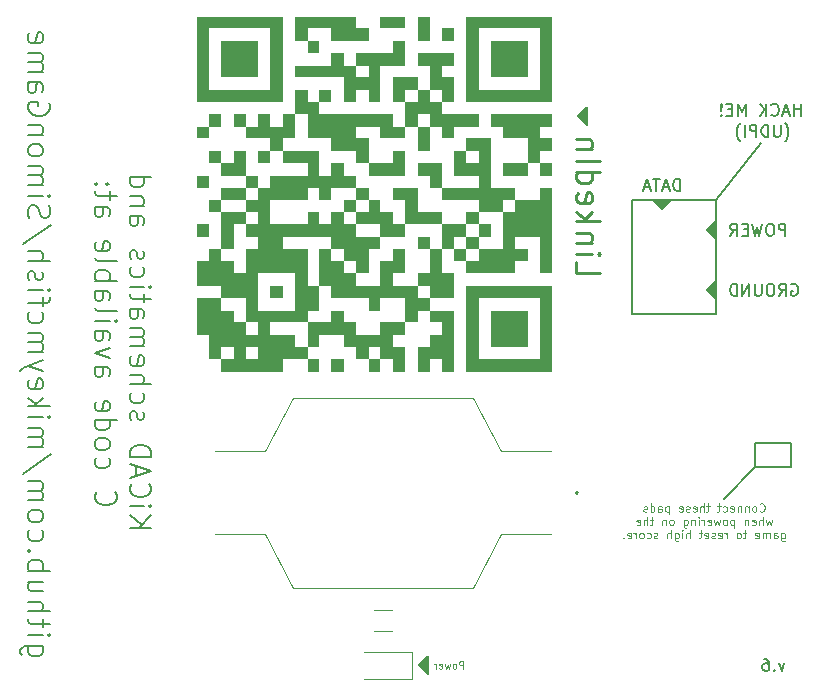
<source format=gbr>
%TF.GenerationSoftware,KiCad,Pcbnew,(6.0.0)*%
%TF.CreationDate,2022-05-08T17:08:30-04:00*%
%TF.ProjectId,QR_ATTINY3217,51525f41-5454-4494-9e59-333231372e6b,rev?*%
%TF.SameCoordinates,Original*%
%TF.FileFunction,Legend,Bot*%
%TF.FilePolarity,Positive*%
%FSLAX46Y46*%
G04 Gerber Fmt 4.6, Leading zero omitted, Abs format (unit mm)*
G04 Created by KiCad (PCBNEW (6.0.0)) date 2022-05-08 17:08:30*
%MOMM*%
%LPD*%
G01*
G04 APERTURE LIST*
%ADD10C,0.150000*%
%ADD11C,0.100000*%
%ADD12C,0.250000*%
%ADD13C,0.120000*%
%ADD14C,0.200000*%
G04 APERTURE END LIST*
D10*
X177546000Y-106934000D02*
X180594000Y-106934000D01*
X177546000Y-108966000D02*
X177546000Y-106934000D01*
X180594000Y-108966000D02*
X177546000Y-108966000D01*
X180594000Y-106934000D02*
X180594000Y-108966000D01*
X178054000Y-81534000D02*
X174244000Y-86360000D01*
X167132000Y-86360000D02*
X168402000Y-86360000D01*
X167132000Y-96012000D02*
X167132000Y-86360000D01*
X174244000Y-96012000D02*
X167132000Y-96012000D01*
X174244000Y-86360000D02*
X174244000Y-96012000D01*
X168402000Y-86360000D02*
X174244000Y-86360000D01*
X180085714Y-81351333D02*
X180133333Y-81303714D01*
X180228571Y-81160857D01*
X180276190Y-81065619D01*
X180323809Y-80922761D01*
X180371428Y-80684666D01*
X180371428Y-80494190D01*
X180323809Y-80256095D01*
X180276190Y-80113238D01*
X180228571Y-80018000D01*
X180133333Y-79875142D01*
X180085714Y-79827523D01*
X179704761Y-79970380D02*
X179704761Y-80779904D01*
X179657142Y-80875142D01*
X179609523Y-80922761D01*
X179514285Y-80970380D01*
X179323809Y-80970380D01*
X179228571Y-80922761D01*
X179180952Y-80875142D01*
X179133333Y-80779904D01*
X179133333Y-79970380D01*
X178657142Y-80970380D02*
X178657142Y-79970380D01*
X178419047Y-79970380D01*
X178276190Y-80018000D01*
X178180952Y-80113238D01*
X178133333Y-80208476D01*
X178085714Y-80398952D01*
X178085714Y-80541809D01*
X178133333Y-80732285D01*
X178180952Y-80827523D01*
X178276190Y-80922761D01*
X178419047Y-80970380D01*
X178657142Y-80970380D01*
X177657142Y-80970380D02*
X177657142Y-79970380D01*
X177276190Y-79970380D01*
X177180952Y-80018000D01*
X177133333Y-80065619D01*
X177085714Y-80160857D01*
X177085714Y-80303714D01*
X177133333Y-80398952D01*
X177180952Y-80446571D01*
X177276190Y-80494190D01*
X177657142Y-80494190D01*
X176657142Y-80970380D02*
X176657142Y-79970380D01*
X176276190Y-81351333D02*
X176228571Y-81303714D01*
X176133333Y-81160857D01*
X176085714Y-81065619D01*
X176038095Y-80922761D01*
X175990476Y-80684666D01*
X175990476Y-80494190D01*
X176038095Y-80256095D01*
X176085714Y-80113238D01*
X176133333Y-80018000D01*
X176228571Y-79875142D01*
X176276190Y-79827523D01*
X174244000Y-94742000D02*
X173482000Y-93980000D01*
X173482000Y-93980000D02*
X174244000Y-93218000D01*
X174244000Y-93218000D02*
X174244000Y-94742000D01*
G36*
X174244000Y-94742000D02*
G01*
X173482000Y-93980000D01*
X174244000Y-93218000D01*
X174244000Y-94742000D01*
G37*
X174244000Y-94742000D02*
X173482000Y-93980000D01*
X174244000Y-93218000D01*
X174244000Y-94742000D01*
X174244000Y-89662000D02*
X173482000Y-88900000D01*
X173482000Y-88900000D02*
X174244000Y-88138000D01*
X174244000Y-88138000D02*
X174244000Y-89662000D01*
G36*
X174244000Y-89662000D02*
G01*
X173482000Y-88900000D01*
X174244000Y-88138000D01*
X174244000Y-89662000D01*
G37*
X174244000Y-89662000D02*
X173482000Y-88900000D01*
X174244000Y-88138000D01*
X174244000Y-89662000D01*
X170434000Y-86360000D02*
X169672000Y-87122000D01*
X169672000Y-87122000D02*
X168910000Y-86360000D01*
X168910000Y-86360000D02*
X170434000Y-86360000D01*
G36*
X169672000Y-87122000D02*
G01*
X168910000Y-86360000D01*
X170434000Y-86360000D01*
X169672000Y-87122000D01*
G37*
X169672000Y-87122000D02*
X168910000Y-86360000D01*
X170434000Y-86360000D01*
X169672000Y-87122000D01*
X180109523Y-89352380D02*
X180109523Y-88352380D01*
X179728571Y-88352380D01*
X179633333Y-88400000D01*
X179585714Y-88447619D01*
X179538095Y-88542857D01*
X179538095Y-88685714D01*
X179585714Y-88780952D01*
X179633333Y-88828571D01*
X179728571Y-88876190D01*
X180109523Y-88876190D01*
X178919047Y-88352380D02*
X178728571Y-88352380D01*
X178633333Y-88400000D01*
X178538095Y-88495238D01*
X178490476Y-88685714D01*
X178490476Y-89019047D01*
X178538095Y-89209523D01*
X178633333Y-89304761D01*
X178728571Y-89352380D01*
X178919047Y-89352380D01*
X179014285Y-89304761D01*
X179109523Y-89209523D01*
X179157142Y-89019047D01*
X179157142Y-88685714D01*
X179109523Y-88495238D01*
X179014285Y-88400000D01*
X178919047Y-88352380D01*
X178157142Y-88352380D02*
X177919047Y-89352380D01*
X177728571Y-88638095D01*
X177538095Y-89352380D01*
X177300000Y-88352380D01*
X176919047Y-88828571D02*
X176585714Y-88828571D01*
X176442857Y-89352380D02*
X176919047Y-89352380D01*
X176919047Y-88352380D01*
X176442857Y-88352380D01*
X175442857Y-89352380D02*
X175776190Y-88876190D01*
X176014285Y-89352380D02*
X176014285Y-88352380D01*
X175633333Y-88352380D01*
X175538095Y-88400000D01*
X175490476Y-88447619D01*
X175442857Y-88542857D01*
X175442857Y-88685714D01*
X175490476Y-88780952D01*
X175538095Y-88828571D01*
X175633333Y-88876190D01*
X176014285Y-88876190D01*
X180617523Y-93480000D02*
X180712761Y-93432380D01*
X180855619Y-93432380D01*
X180998476Y-93480000D01*
X181093714Y-93575238D01*
X181141333Y-93670476D01*
X181188952Y-93860952D01*
X181188952Y-94003809D01*
X181141333Y-94194285D01*
X181093714Y-94289523D01*
X180998476Y-94384761D01*
X180855619Y-94432380D01*
X180760380Y-94432380D01*
X180617523Y-94384761D01*
X180569904Y-94337142D01*
X180569904Y-94003809D01*
X180760380Y-94003809D01*
X179569904Y-94432380D02*
X179903238Y-93956190D01*
X180141333Y-94432380D02*
X180141333Y-93432380D01*
X179760380Y-93432380D01*
X179665142Y-93480000D01*
X179617523Y-93527619D01*
X179569904Y-93622857D01*
X179569904Y-93765714D01*
X179617523Y-93860952D01*
X179665142Y-93908571D01*
X179760380Y-93956190D01*
X180141333Y-93956190D01*
X178950857Y-93432380D02*
X178760380Y-93432380D01*
X178665142Y-93480000D01*
X178569904Y-93575238D01*
X178522285Y-93765714D01*
X178522285Y-94099047D01*
X178569904Y-94289523D01*
X178665142Y-94384761D01*
X178760380Y-94432380D01*
X178950857Y-94432380D01*
X179046095Y-94384761D01*
X179141333Y-94289523D01*
X179188952Y-94099047D01*
X179188952Y-93765714D01*
X179141333Y-93575238D01*
X179046095Y-93480000D01*
X178950857Y-93432380D01*
X178093714Y-93432380D02*
X178093714Y-94241904D01*
X178046095Y-94337142D01*
X177998476Y-94384761D01*
X177903238Y-94432380D01*
X177712761Y-94432380D01*
X177617523Y-94384761D01*
X177569904Y-94337142D01*
X177522285Y-94241904D01*
X177522285Y-93432380D01*
X177046095Y-94432380D02*
X177046095Y-93432380D01*
X176474666Y-94432380D01*
X176474666Y-93432380D01*
X175998476Y-94432380D02*
X175998476Y-93432380D01*
X175760380Y-93432380D01*
X175617523Y-93480000D01*
X175522285Y-93575238D01*
X175474666Y-93670476D01*
X175427047Y-93860952D01*
X175427047Y-94003809D01*
X175474666Y-94194285D01*
X175522285Y-94289523D01*
X175617523Y-94384761D01*
X175760380Y-94432380D01*
X175998476Y-94432380D01*
X171172000Y-85542380D02*
X171172000Y-84542380D01*
X170933904Y-84542380D01*
X170791047Y-84590000D01*
X170695809Y-84685238D01*
X170648190Y-84780476D01*
X170600571Y-84970952D01*
X170600571Y-85113809D01*
X170648190Y-85304285D01*
X170695809Y-85399523D01*
X170791047Y-85494761D01*
X170933904Y-85542380D01*
X171172000Y-85542380D01*
X170219619Y-85256666D02*
X169743428Y-85256666D01*
X170314857Y-85542380D02*
X169981523Y-84542380D01*
X169648190Y-85542380D01*
X169457714Y-84542380D02*
X168886285Y-84542380D01*
X169172000Y-85542380D02*
X169172000Y-84542380D01*
X168600571Y-85256666D02*
X168124380Y-85256666D01*
X168695809Y-85542380D02*
X168362476Y-84542380D01*
X168029142Y-85542380D01*
X149860000Y-126492000D02*
X149098000Y-125730000D01*
X149098000Y-125730000D02*
X149860000Y-124968000D01*
X149860000Y-124968000D02*
X149860000Y-126492000D01*
G36*
X149860000Y-126492000D02*
G01*
X149098000Y-125730000D01*
X149860000Y-124968000D01*
X149860000Y-126492000D01*
G37*
X149860000Y-126492000D02*
X149098000Y-125730000D01*
X149860000Y-124968000D01*
X149860000Y-126492000D01*
D11*
X152823714Y-126001428D02*
X152823714Y-125401428D01*
X152595142Y-125401428D01*
X152538000Y-125430000D01*
X152509428Y-125458571D01*
X152480857Y-125515714D01*
X152480857Y-125601428D01*
X152509428Y-125658571D01*
X152538000Y-125687142D01*
X152595142Y-125715714D01*
X152823714Y-125715714D01*
X152138000Y-126001428D02*
X152195142Y-125972857D01*
X152223714Y-125944285D01*
X152252285Y-125887142D01*
X152252285Y-125715714D01*
X152223714Y-125658571D01*
X152195142Y-125630000D01*
X152138000Y-125601428D01*
X152052285Y-125601428D01*
X151995142Y-125630000D01*
X151966571Y-125658571D01*
X151938000Y-125715714D01*
X151938000Y-125887142D01*
X151966571Y-125944285D01*
X151995142Y-125972857D01*
X152052285Y-126001428D01*
X152138000Y-126001428D01*
X151738000Y-125601428D02*
X151623714Y-126001428D01*
X151509428Y-125715714D01*
X151395142Y-126001428D01*
X151280857Y-125601428D01*
X150823714Y-125972857D02*
X150880857Y-126001428D01*
X150995142Y-126001428D01*
X151052285Y-125972857D01*
X151080857Y-125915714D01*
X151080857Y-125687142D01*
X151052285Y-125630000D01*
X150995142Y-125601428D01*
X150880857Y-125601428D01*
X150823714Y-125630000D01*
X150795142Y-125687142D01*
X150795142Y-125744285D01*
X151080857Y-125801428D01*
X150538000Y-126001428D02*
X150538000Y-125601428D01*
X150538000Y-125715714D02*
X150509428Y-125658571D01*
X150480857Y-125630000D01*
X150423714Y-125601428D01*
X150366571Y-125601428D01*
D10*
X174879000Y-111633000D02*
X177546000Y-108966000D01*
X163322000Y-80010000D02*
X162560000Y-79248000D01*
X162560000Y-79248000D02*
X163322000Y-78486000D01*
X163322000Y-78486000D02*
X163322000Y-80010000D01*
G36*
X163322000Y-80010000D02*
G01*
X162560000Y-79248000D01*
X163322000Y-78486000D01*
X163322000Y-80010000D01*
G37*
X163322000Y-80010000D02*
X162560000Y-79248000D01*
X163322000Y-78486000D01*
X163322000Y-80010000D01*
D12*
X162417238Y-91582285D02*
X162417238Y-92534666D01*
X164417238Y-92534666D01*
X162417238Y-90915619D02*
X163750571Y-90915619D01*
X164417238Y-90915619D02*
X164322000Y-91010857D01*
X164226761Y-90915619D01*
X164322000Y-90820380D01*
X164417238Y-90915619D01*
X164226761Y-90915619D01*
X163750571Y-89963238D02*
X162417238Y-89963238D01*
X163560095Y-89963238D02*
X163655333Y-89868000D01*
X163750571Y-89677523D01*
X163750571Y-89391809D01*
X163655333Y-89201333D01*
X163464857Y-89106095D01*
X162417238Y-89106095D01*
X162417238Y-88153714D02*
X164417238Y-88153714D01*
X163179142Y-87963238D02*
X162417238Y-87391809D01*
X163750571Y-87391809D02*
X162988666Y-88153714D01*
X162512476Y-85772761D02*
X162417238Y-85963238D01*
X162417238Y-86344190D01*
X162512476Y-86534666D01*
X162702952Y-86629904D01*
X163464857Y-86629904D01*
X163655333Y-86534666D01*
X163750571Y-86344190D01*
X163750571Y-85963238D01*
X163655333Y-85772761D01*
X163464857Y-85677523D01*
X163274380Y-85677523D01*
X163083904Y-86629904D01*
X162417238Y-83963238D02*
X164417238Y-83963238D01*
X162512476Y-83963238D02*
X162417238Y-84153714D01*
X162417238Y-84534666D01*
X162512476Y-84725142D01*
X162607714Y-84820380D01*
X162798190Y-84915619D01*
X163369619Y-84915619D01*
X163560095Y-84820380D01*
X163655333Y-84725142D01*
X163750571Y-84534666D01*
X163750571Y-84153714D01*
X163655333Y-83963238D01*
X162417238Y-83010857D02*
X164417238Y-83010857D01*
X163750571Y-82058476D02*
X162417238Y-82058476D01*
X163560095Y-82058476D02*
X163655333Y-81963238D01*
X163750571Y-81772761D01*
X163750571Y-81487047D01*
X163655333Y-81296571D01*
X163464857Y-81201333D01*
X162417238Y-81201333D01*
D10*
X124586714Y-114066285D02*
X126386714Y-114066285D01*
X124586714Y-113037714D02*
X125615285Y-113809142D01*
X126386714Y-113037714D02*
X125358142Y-114066285D01*
X124586714Y-112266285D02*
X125786714Y-112266285D01*
X126386714Y-112266285D02*
X126301000Y-112352000D01*
X126215285Y-112266285D01*
X126301000Y-112180571D01*
X126386714Y-112266285D01*
X126215285Y-112266285D01*
X124758142Y-110380571D02*
X124672428Y-110466285D01*
X124586714Y-110723428D01*
X124586714Y-110894857D01*
X124672428Y-111152000D01*
X124843857Y-111323428D01*
X125015285Y-111409142D01*
X125358142Y-111494857D01*
X125615285Y-111494857D01*
X125958142Y-111409142D01*
X126129571Y-111323428D01*
X126301000Y-111152000D01*
X126386714Y-110894857D01*
X126386714Y-110723428D01*
X126301000Y-110466285D01*
X126215285Y-110380571D01*
X125101000Y-109694857D02*
X125101000Y-108837714D01*
X124586714Y-109866285D02*
X126386714Y-109266285D01*
X124586714Y-108666285D01*
X124586714Y-108066285D02*
X126386714Y-108066285D01*
X126386714Y-107637714D01*
X126301000Y-107380571D01*
X126129571Y-107209142D01*
X125958142Y-107123428D01*
X125615285Y-107037714D01*
X125358142Y-107037714D01*
X125015285Y-107123428D01*
X124843857Y-107209142D01*
X124672428Y-107380571D01*
X124586714Y-107637714D01*
X124586714Y-108066285D01*
X124672428Y-104980571D02*
X124586714Y-104809142D01*
X124586714Y-104466285D01*
X124672428Y-104294857D01*
X124843857Y-104209142D01*
X124929571Y-104209142D01*
X125101000Y-104294857D01*
X125186714Y-104466285D01*
X125186714Y-104723428D01*
X125272428Y-104894857D01*
X125443857Y-104980571D01*
X125529571Y-104980571D01*
X125701000Y-104894857D01*
X125786714Y-104723428D01*
X125786714Y-104466285D01*
X125701000Y-104294857D01*
X124672428Y-102666285D02*
X124586714Y-102837714D01*
X124586714Y-103180571D01*
X124672428Y-103352000D01*
X124758142Y-103437714D01*
X124929571Y-103523428D01*
X125443857Y-103523428D01*
X125615285Y-103437714D01*
X125701000Y-103352000D01*
X125786714Y-103180571D01*
X125786714Y-102837714D01*
X125701000Y-102666285D01*
X124586714Y-101894857D02*
X126386714Y-101894857D01*
X124586714Y-101123428D02*
X125529571Y-101123428D01*
X125701000Y-101209142D01*
X125786714Y-101380571D01*
X125786714Y-101637714D01*
X125701000Y-101809142D01*
X125615285Y-101894857D01*
X124672428Y-99580571D02*
X124586714Y-99752000D01*
X124586714Y-100094857D01*
X124672428Y-100266285D01*
X124843857Y-100352000D01*
X125529571Y-100352000D01*
X125701000Y-100266285D01*
X125786714Y-100094857D01*
X125786714Y-99752000D01*
X125701000Y-99580571D01*
X125529571Y-99494857D01*
X125358142Y-99494857D01*
X125186714Y-100352000D01*
X124586714Y-98723428D02*
X125786714Y-98723428D01*
X125615285Y-98723428D02*
X125701000Y-98637714D01*
X125786714Y-98466285D01*
X125786714Y-98209142D01*
X125701000Y-98037714D01*
X125529571Y-97952000D01*
X124586714Y-97952000D01*
X125529571Y-97952000D02*
X125701000Y-97866285D01*
X125786714Y-97694857D01*
X125786714Y-97437714D01*
X125701000Y-97266285D01*
X125529571Y-97180571D01*
X124586714Y-97180571D01*
X124586714Y-95552000D02*
X125529571Y-95552000D01*
X125701000Y-95637714D01*
X125786714Y-95809142D01*
X125786714Y-96152000D01*
X125701000Y-96323428D01*
X124672428Y-95552000D02*
X124586714Y-95723428D01*
X124586714Y-96152000D01*
X124672428Y-96323428D01*
X124843857Y-96409142D01*
X125015285Y-96409142D01*
X125186714Y-96323428D01*
X125272428Y-96152000D01*
X125272428Y-95723428D01*
X125358142Y-95552000D01*
X125786714Y-94952000D02*
X125786714Y-94266285D01*
X126386714Y-94694857D02*
X124843857Y-94694857D01*
X124672428Y-94609142D01*
X124586714Y-94437714D01*
X124586714Y-94266285D01*
X124586714Y-93666285D02*
X125786714Y-93666285D01*
X126386714Y-93666285D02*
X126301000Y-93752000D01*
X126215285Y-93666285D01*
X126301000Y-93580571D01*
X126386714Y-93666285D01*
X126215285Y-93666285D01*
X124672428Y-92037714D02*
X124586714Y-92209142D01*
X124586714Y-92552000D01*
X124672428Y-92723428D01*
X124758142Y-92809142D01*
X124929571Y-92894857D01*
X125443857Y-92894857D01*
X125615285Y-92809142D01*
X125701000Y-92723428D01*
X125786714Y-92552000D01*
X125786714Y-92209142D01*
X125701000Y-92037714D01*
X124672428Y-91352000D02*
X124586714Y-91180571D01*
X124586714Y-90837714D01*
X124672428Y-90666285D01*
X124843857Y-90580571D01*
X124929571Y-90580571D01*
X125101000Y-90666285D01*
X125186714Y-90837714D01*
X125186714Y-91094857D01*
X125272428Y-91266285D01*
X125443857Y-91352000D01*
X125529571Y-91352000D01*
X125701000Y-91266285D01*
X125786714Y-91094857D01*
X125786714Y-90837714D01*
X125701000Y-90666285D01*
X124586714Y-87666285D02*
X125529571Y-87666285D01*
X125701000Y-87752000D01*
X125786714Y-87923428D01*
X125786714Y-88266285D01*
X125701000Y-88437714D01*
X124672428Y-87666285D02*
X124586714Y-87837714D01*
X124586714Y-88266285D01*
X124672428Y-88437714D01*
X124843857Y-88523428D01*
X125015285Y-88523428D01*
X125186714Y-88437714D01*
X125272428Y-88266285D01*
X125272428Y-87837714D01*
X125358142Y-87666285D01*
X125786714Y-86809142D02*
X124586714Y-86809142D01*
X125615285Y-86809142D02*
X125701000Y-86723428D01*
X125786714Y-86552000D01*
X125786714Y-86294857D01*
X125701000Y-86123428D01*
X125529571Y-86037714D01*
X124586714Y-86037714D01*
X124586714Y-84409142D02*
X126386714Y-84409142D01*
X124672428Y-84409142D02*
X124586714Y-84580571D01*
X124586714Y-84923428D01*
X124672428Y-85094857D01*
X124758142Y-85180571D01*
X124929571Y-85266285D01*
X125443857Y-85266285D01*
X125615285Y-85180571D01*
X125701000Y-85094857D01*
X125786714Y-84923428D01*
X125786714Y-84580571D01*
X125701000Y-84409142D01*
X121860142Y-111066285D02*
X121774428Y-111152000D01*
X121688714Y-111409142D01*
X121688714Y-111580571D01*
X121774428Y-111837714D01*
X121945857Y-112009142D01*
X122117285Y-112094857D01*
X122460142Y-112180571D01*
X122717285Y-112180571D01*
X123060142Y-112094857D01*
X123231571Y-112009142D01*
X123403000Y-111837714D01*
X123488714Y-111580571D01*
X123488714Y-111409142D01*
X123403000Y-111152000D01*
X123317285Y-111066285D01*
X121774428Y-108152000D02*
X121688714Y-108323428D01*
X121688714Y-108666285D01*
X121774428Y-108837714D01*
X121860142Y-108923428D01*
X122031571Y-109009142D01*
X122545857Y-109009142D01*
X122717285Y-108923428D01*
X122803000Y-108837714D01*
X122888714Y-108666285D01*
X122888714Y-108323428D01*
X122803000Y-108152000D01*
X121688714Y-107123428D02*
X121774428Y-107294857D01*
X121860142Y-107380571D01*
X122031571Y-107466285D01*
X122545857Y-107466285D01*
X122717285Y-107380571D01*
X122803000Y-107294857D01*
X122888714Y-107123428D01*
X122888714Y-106866285D01*
X122803000Y-106694857D01*
X122717285Y-106609142D01*
X122545857Y-106523428D01*
X122031571Y-106523428D01*
X121860142Y-106609142D01*
X121774428Y-106694857D01*
X121688714Y-106866285D01*
X121688714Y-107123428D01*
X121688714Y-104980571D02*
X123488714Y-104980571D01*
X121774428Y-104980571D02*
X121688714Y-105152000D01*
X121688714Y-105494857D01*
X121774428Y-105666285D01*
X121860142Y-105752000D01*
X122031571Y-105837714D01*
X122545857Y-105837714D01*
X122717285Y-105752000D01*
X122803000Y-105666285D01*
X122888714Y-105494857D01*
X122888714Y-105152000D01*
X122803000Y-104980571D01*
X121774428Y-103437714D02*
X121688714Y-103609142D01*
X121688714Y-103952000D01*
X121774428Y-104123428D01*
X121945857Y-104209142D01*
X122631571Y-104209142D01*
X122803000Y-104123428D01*
X122888714Y-103952000D01*
X122888714Y-103609142D01*
X122803000Y-103437714D01*
X122631571Y-103352000D01*
X122460142Y-103352000D01*
X122288714Y-104209142D01*
X121688714Y-100437714D02*
X122631571Y-100437714D01*
X122803000Y-100523428D01*
X122888714Y-100694857D01*
X122888714Y-101037714D01*
X122803000Y-101209142D01*
X121774428Y-100437714D02*
X121688714Y-100609142D01*
X121688714Y-101037714D01*
X121774428Y-101209142D01*
X121945857Y-101294857D01*
X122117285Y-101294857D01*
X122288714Y-101209142D01*
X122374428Y-101037714D01*
X122374428Y-100609142D01*
X122460142Y-100437714D01*
X122888714Y-99752000D02*
X121688714Y-99323428D01*
X122888714Y-98894857D01*
X121688714Y-97437714D02*
X122631571Y-97437714D01*
X122803000Y-97523428D01*
X122888714Y-97694857D01*
X122888714Y-98037714D01*
X122803000Y-98209142D01*
X121774428Y-97437714D02*
X121688714Y-97609142D01*
X121688714Y-98037714D01*
X121774428Y-98209142D01*
X121945857Y-98294857D01*
X122117285Y-98294857D01*
X122288714Y-98209142D01*
X122374428Y-98037714D01*
X122374428Y-97609142D01*
X122460142Y-97437714D01*
X121688714Y-96580571D02*
X122888714Y-96580571D01*
X123488714Y-96580571D02*
X123403000Y-96666285D01*
X123317285Y-96580571D01*
X123403000Y-96494857D01*
X123488714Y-96580571D01*
X123317285Y-96580571D01*
X121688714Y-95466285D02*
X121774428Y-95637714D01*
X121945857Y-95723428D01*
X123488714Y-95723428D01*
X121688714Y-94009142D02*
X122631571Y-94009142D01*
X122803000Y-94094857D01*
X122888714Y-94266285D01*
X122888714Y-94609142D01*
X122803000Y-94780571D01*
X121774428Y-94009142D02*
X121688714Y-94180571D01*
X121688714Y-94609142D01*
X121774428Y-94780571D01*
X121945857Y-94866285D01*
X122117285Y-94866285D01*
X122288714Y-94780571D01*
X122374428Y-94609142D01*
X122374428Y-94180571D01*
X122460142Y-94009142D01*
X121688714Y-93152000D02*
X123488714Y-93152000D01*
X122803000Y-93152000D02*
X122888714Y-92980571D01*
X122888714Y-92637714D01*
X122803000Y-92466285D01*
X122717285Y-92380571D01*
X122545857Y-92294857D01*
X122031571Y-92294857D01*
X121860142Y-92380571D01*
X121774428Y-92466285D01*
X121688714Y-92637714D01*
X121688714Y-92980571D01*
X121774428Y-93152000D01*
X121688714Y-91266285D02*
X121774428Y-91437714D01*
X121945857Y-91523428D01*
X123488714Y-91523428D01*
X121774428Y-89894857D02*
X121688714Y-90066285D01*
X121688714Y-90409142D01*
X121774428Y-90580571D01*
X121945857Y-90666285D01*
X122631571Y-90666285D01*
X122803000Y-90580571D01*
X122888714Y-90409142D01*
X122888714Y-90066285D01*
X122803000Y-89894857D01*
X122631571Y-89809142D01*
X122460142Y-89809142D01*
X122288714Y-90666285D01*
X121688714Y-86894857D02*
X122631571Y-86894857D01*
X122803000Y-86980571D01*
X122888714Y-87152000D01*
X122888714Y-87494857D01*
X122803000Y-87666285D01*
X121774428Y-86894857D02*
X121688714Y-87066285D01*
X121688714Y-87494857D01*
X121774428Y-87666285D01*
X121945857Y-87752000D01*
X122117285Y-87752000D01*
X122288714Y-87666285D01*
X122374428Y-87494857D01*
X122374428Y-87066285D01*
X122460142Y-86894857D01*
X122888714Y-86294857D02*
X122888714Y-85609142D01*
X123488714Y-86037714D02*
X121945857Y-86037714D01*
X121774428Y-85952000D01*
X121688714Y-85780571D01*
X121688714Y-85609142D01*
X121860142Y-85009142D02*
X121774428Y-84923428D01*
X121688714Y-85009142D01*
X121774428Y-85094857D01*
X121860142Y-85009142D01*
X121688714Y-85009142D01*
X122803000Y-85009142D02*
X122717285Y-84923428D01*
X122631571Y-85009142D01*
X122717285Y-85094857D01*
X122803000Y-85009142D01*
X122631571Y-85009142D01*
X117247142Y-124066285D02*
X115709047Y-124066285D01*
X115528095Y-124156761D01*
X115437619Y-124247238D01*
X115347142Y-124428190D01*
X115347142Y-124699619D01*
X115437619Y-124880571D01*
X116070952Y-124066285D02*
X115980476Y-124247238D01*
X115980476Y-124609142D01*
X116070952Y-124790095D01*
X116161428Y-124880571D01*
X116342380Y-124971047D01*
X116885238Y-124971047D01*
X117066190Y-124880571D01*
X117156666Y-124790095D01*
X117247142Y-124609142D01*
X117247142Y-124247238D01*
X117156666Y-124066285D01*
X115980476Y-123161523D02*
X117247142Y-123161523D01*
X117880476Y-123161523D02*
X117790000Y-123252000D01*
X117699523Y-123161523D01*
X117790000Y-123071047D01*
X117880476Y-123161523D01*
X117699523Y-123161523D01*
X117247142Y-122528190D02*
X117247142Y-121804380D01*
X117880476Y-122256761D02*
X116251904Y-122256761D01*
X116070952Y-122166285D01*
X115980476Y-121985333D01*
X115980476Y-121804380D01*
X115980476Y-121171047D02*
X117880476Y-121171047D01*
X115980476Y-120356761D02*
X116975714Y-120356761D01*
X117156666Y-120447238D01*
X117247142Y-120628190D01*
X117247142Y-120899619D01*
X117156666Y-121080571D01*
X117066190Y-121171047D01*
X117247142Y-118637714D02*
X115980476Y-118637714D01*
X117247142Y-119452000D02*
X116251904Y-119452000D01*
X116070952Y-119361523D01*
X115980476Y-119180571D01*
X115980476Y-118909142D01*
X116070952Y-118728190D01*
X116161428Y-118637714D01*
X115980476Y-117732952D02*
X117880476Y-117732952D01*
X117156666Y-117732952D02*
X117247142Y-117552000D01*
X117247142Y-117190095D01*
X117156666Y-117009142D01*
X117066190Y-116918666D01*
X116885238Y-116828190D01*
X116342380Y-116828190D01*
X116161428Y-116918666D01*
X116070952Y-117009142D01*
X115980476Y-117190095D01*
X115980476Y-117552000D01*
X116070952Y-117732952D01*
X116161428Y-116013904D02*
X116070952Y-115923428D01*
X115980476Y-116013904D01*
X116070952Y-116104380D01*
X116161428Y-116013904D01*
X115980476Y-116013904D01*
X116070952Y-114294857D02*
X115980476Y-114475809D01*
X115980476Y-114837714D01*
X116070952Y-115018666D01*
X116161428Y-115109142D01*
X116342380Y-115199619D01*
X116885238Y-115199619D01*
X117066190Y-115109142D01*
X117156666Y-115018666D01*
X117247142Y-114837714D01*
X117247142Y-114475809D01*
X117156666Y-114294857D01*
X115980476Y-113209142D02*
X116070952Y-113390095D01*
X116161428Y-113480571D01*
X116342380Y-113571047D01*
X116885238Y-113571047D01*
X117066190Y-113480571D01*
X117156666Y-113390095D01*
X117247142Y-113209142D01*
X117247142Y-112937714D01*
X117156666Y-112756761D01*
X117066190Y-112666285D01*
X116885238Y-112575809D01*
X116342380Y-112575809D01*
X116161428Y-112666285D01*
X116070952Y-112756761D01*
X115980476Y-112937714D01*
X115980476Y-113209142D01*
X115980476Y-111761523D02*
X117247142Y-111761523D01*
X117066190Y-111761523D02*
X117156666Y-111671047D01*
X117247142Y-111490095D01*
X117247142Y-111218666D01*
X117156666Y-111037714D01*
X116975714Y-110947238D01*
X115980476Y-110947238D01*
X116975714Y-110947238D02*
X117156666Y-110856761D01*
X117247142Y-110675809D01*
X117247142Y-110404380D01*
X117156666Y-110223428D01*
X116975714Y-110132952D01*
X115980476Y-110132952D01*
X117970952Y-107871047D02*
X115528095Y-109499619D01*
X115980476Y-107237714D02*
X117247142Y-107237714D01*
X117066190Y-107237714D02*
X117156666Y-107147238D01*
X117247142Y-106966285D01*
X117247142Y-106694857D01*
X117156666Y-106513904D01*
X116975714Y-106423428D01*
X115980476Y-106423428D01*
X116975714Y-106423428D02*
X117156666Y-106332952D01*
X117247142Y-106152000D01*
X117247142Y-105880571D01*
X117156666Y-105699619D01*
X116975714Y-105609142D01*
X115980476Y-105609142D01*
X115980476Y-104704380D02*
X117247142Y-104704380D01*
X117880476Y-104704380D02*
X117790000Y-104794857D01*
X117699523Y-104704380D01*
X117790000Y-104613904D01*
X117880476Y-104704380D01*
X117699523Y-104704380D01*
X115980476Y-103799619D02*
X117880476Y-103799619D01*
X116704285Y-103618666D02*
X115980476Y-103075809D01*
X117247142Y-103075809D02*
X116523333Y-103799619D01*
X116070952Y-101537714D02*
X115980476Y-101718666D01*
X115980476Y-102080571D01*
X116070952Y-102261523D01*
X116251904Y-102352000D01*
X116975714Y-102352000D01*
X117156666Y-102261523D01*
X117247142Y-102080571D01*
X117247142Y-101718666D01*
X117156666Y-101537714D01*
X116975714Y-101447238D01*
X116794761Y-101447238D01*
X116613809Y-102352000D01*
X117247142Y-100813904D02*
X115980476Y-100361523D01*
X117247142Y-99909142D02*
X115980476Y-100361523D01*
X115528095Y-100542476D01*
X115437619Y-100632952D01*
X115347142Y-100813904D01*
X115980476Y-99185333D02*
X117247142Y-99185333D01*
X117066190Y-99185333D02*
X117156666Y-99094857D01*
X117247142Y-98913904D01*
X117247142Y-98642476D01*
X117156666Y-98461523D01*
X116975714Y-98371047D01*
X115980476Y-98371047D01*
X116975714Y-98371047D02*
X117156666Y-98280571D01*
X117247142Y-98099619D01*
X117247142Y-97828190D01*
X117156666Y-97647238D01*
X116975714Y-97556761D01*
X115980476Y-97556761D01*
X116070952Y-95837714D02*
X115980476Y-96018666D01*
X115980476Y-96380571D01*
X116070952Y-96561523D01*
X116161428Y-96652000D01*
X116342380Y-96742476D01*
X116885238Y-96742476D01*
X117066190Y-96652000D01*
X117156666Y-96561523D01*
X117247142Y-96380571D01*
X117247142Y-96018666D01*
X117156666Y-95837714D01*
X117247142Y-95294857D02*
X117247142Y-94571047D01*
X115980476Y-95023428D02*
X117609047Y-95023428D01*
X117790000Y-94932952D01*
X117880476Y-94752000D01*
X117880476Y-94571047D01*
X115980476Y-93937714D02*
X117247142Y-93937714D01*
X117880476Y-93937714D02*
X117790000Y-94028190D01*
X117699523Y-93937714D01*
X117790000Y-93847238D01*
X117880476Y-93937714D01*
X117699523Y-93937714D01*
X116070952Y-93123428D02*
X115980476Y-92942476D01*
X115980476Y-92580571D01*
X116070952Y-92399619D01*
X116251904Y-92309142D01*
X116342380Y-92309142D01*
X116523333Y-92399619D01*
X116613809Y-92580571D01*
X116613809Y-92852000D01*
X116704285Y-93032952D01*
X116885238Y-93123428D01*
X116975714Y-93123428D01*
X117156666Y-93032952D01*
X117247142Y-92852000D01*
X117247142Y-92580571D01*
X117156666Y-92399619D01*
X115980476Y-91494857D02*
X117880476Y-91494857D01*
X115980476Y-90680571D02*
X116975714Y-90680571D01*
X117156666Y-90771047D01*
X117247142Y-90952000D01*
X117247142Y-91223428D01*
X117156666Y-91404380D01*
X117066190Y-91494857D01*
X117970952Y-88418666D02*
X115528095Y-90047238D01*
X116070952Y-87875809D02*
X115980476Y-87604380D01*
X115980476Y-87152000D01*
X116070952Y-86971047D01*
X116161428Y-86880571D01*
X116342380Y-86790095D01*
X116523333Y-86790095D01*
X116704285Y-86880571D01*
X116794761Y-86971047D01*
X116885238Y-87152000D01*
X116975714Y-87513904D01*
X117066190Y-87694857D01*
X117156666Y-87785333D01*
X117337619Y-87875809D01*
X117518571Y-87875809D01*
X117699523Y-87785333D01*
X117790000Y-87694857D01*
X117880476Y-87513904D01*
X117880476Y-87061523D01*
X117790000Y-86790095D01*
X115980476Y-85975809D02*
X117247142Y-85975809D01*
X117880476Y-85975809D02*
X117790000Y-86066285D01*
X117699523Y-85975809D01*
X117790000Y-85885333D01*
X117880476Y-85975809D01*
X117699523Y-85975809D01*
X115980476Y-85071047D02*
X117247142Y-85071047D01*
X117066190Y-85071047D02*
X117156666Y-84980571D01*
X117247142Y-84799619D01*
X117247142Y-84528190D01*
X117156666Y-84347238D01*
X116975714Y-84256761D01*
X115980476Y-84256761D01*
X116975714Y-84256761D02*
X117156666Y-84166285D01*
X117247142Y-83985333D01*
X117247142Y-83713904D01*
X117156666Y-83532952D01*
X116975714Y-83442476D01*
X115980476Y-83442476D01*
X115980476Y-82266285D02*
X116070952Y-82447238D01*
X116161428Y-82537714D01*
X116342380Y-82628190D01*
X116885238Y-82628190D01*
X117066190Y-82537714D01*
X117156666Y-82447238D01*
X117247142Y-82266285D01*
X117247142Y-81994857D01*
X117156666Y-81813904D01*
X117066190Y-81723428D01*
X116885238Y-81632952D01*
X116342380Y-81632952D01*
X116161428Y-81723428D01*
X116070952Y-81813904D01*
X115980476Y-81994857D01*
X115980476Y-82266285D01*
X117247142Y-80818666D02*
X115980476Y-80818666D01*
X117066190Y-80818666D02*
X117156666Y-80728190D01*
X117247142Y-80547238D01*
X117247142Y-80275809D01*
X117156666Y-80094857D01*
X116975714Y-80004380D01*
X115980476Y-80004380D01*
X117790000Y-78104380D02*
X117880476Y-78285333D01*
X117880476Y-78556761D01*
X117790000Y-78828190D01*
X117609047Y-79009142D01*
X117428095Y-79099619D01*
X117066190Y-79190095D01*
X116794761Y-79190095D01*
X116432857Y-79099619D01*
X116251904Y-79009142D01*
X116070952Y-78828190D01*
X115980476Y-78556761D01*
X115980476Y-78375809D01*
X116070952Y-78104380D01*
X116161428Y-78013904D01*
X116794761Y-78013904D01*
X116794761Y-78375809D01*
X115980476Y-76385333D02*
X116975714Y-76385333D01*
X117156666Y-76475809D01*
X117247142Y-76656761D01*
X117247142Y-77018666D01*
X117156666Y-77199619D01*
X116070952Y-76385333D02*
X115980476Y-76566285D01*
X115980476Y-77018666D01*
X116070952Y-77199619D01*
X116251904Y-77290095D01*
X116432857Y-77290095D01*
X116613809Y-77199619D01*
X116704285Y-77018666D01*
X116704285Y-76566285D01*
X116794761Y-76385333D01*
X115980476Y-75480571D02*
X117247142Y-75480571D01*
X117066190Y-75480571D02*
X117156666Y-75390095D01*
X117247142Y-75209142D01*
X117247142Y-74937714D01*
X117156666Y-74756761D01*
X116975714Y-74666285D01*
X115980476Y-74666285D01*
X116975714Y-74666285D02*
X117156666Y-74575809D01*
X117247142Y-74394857D01*
X117247142Y-74123428D01*
X117156666Y-73942476D01*
X116975714Y-73852000D01*
X115980476Y-73852000D01*
X116070952Y-72223428D02*
X115980476Y-72404380D01*
X115980476Y-72766285D01*
X116070952Y-72947238D01*
X116251904Y-73037714D01*
X116975714Y-73037714D01*
X117156666Y-72947238D01*
X117247142Y-72766285D01*
X117247142Y-72404380D01*
X117156666Y-72223428D01*
X116975714Y-72132952D01*
X116794761Y-72132952D01*
X116613809Y-73037714D01*
X181411142Y-79192380D02*
X181411142Y-78192380D01*
X181411142Y-78668571D02*
X180839714Y-78668571D01*
X180839714Y-79192380D02*
X180839714Y-78192380D01*
X180411142Y-78906666D02*
X179934952Y-78906666D01*
X180506380Y-79192380D02*
X180173047Y-78192380D01*
X179839714Y-79192380D01*
X178934952Y-79097142D02*
X178982571Y-79144761D01*
X179125428Y-79192380D01*
X179220666Y-79192380D01*
X179363523Y-79144761D01*
X179458761Y-79049523D01*
X179506380Y-78954285D01*
X179554000Y-78763809D01*
X179554000Y-78620952D01*
X179506380Y-78430476D01*
X179458761Y-78335238D01*
X179363523Y-78240000D01*
X179220666Y-78192380D01*
X179125428Y-78192380D01*
X178982571Y-78240000D01*
X178934952Y-78287619D01*
X178506380Y-79192380D02*
X178506380Y-78192380D01*
X177934952Y-79192380D02*
X178363523Y-78620952D01*
X177934952Y-78192380D02*
X178506380Y-78763809D01*
X176744476Y-79192380D02*
X176744476Y-78192380D01*
X176411142Y-78906666D01*
X176077809Y-78192380D01*
X176077809Y-79192380D01*
X175601619Y-78668571D02*
X175268285Y-78668571D01*
X175125428Y-79192380D02*
X175601619Y-79192380D01*
X175601619Y-78192380D01*
X175125428Y-78192380D01*
X174696857Y-79097142D02*
X174649238Y-79144761D01*
X174696857Y-79192380D01*
X174744476Y-79144761D01*
X174696857Y-79097142D01*
X174696857Y-79192380D01*
X174696857Y-78811428D02*
X174744476Y-78240000D01*
X174696857Y-78192380D01*
X174649238Y-78240000D01*
X174696857Y-78811428D01*
X174696857Y-78192380D01*
D11*
X177928000Y-112661000D02*
X177961333Y-112694333D01*
X178061333Y-112727666D01*
X178128000Y-112727666D01*
X178228000Y-112694333D01*
X178294666Y-112627666D01*
X178328000Y-112561000D01*
X178361333Y-112427666D01*
X178361333Y-112327666D01*
X178328000Y-112194333D01*
X178294666Y-112127666D01*
X178228000Y-112061000D01*
X178128000Y-112027666D01*
X178061333Y-112027666D01*
X177961333Y-112061000D01*
X177928000Y-112094333D01*
X177528000Y-112727666D02*
X177594666Y-112694333D01*
X177628000Y-112661000D01*
X177661333Y-112594333D01*
X177661333Y-112394333D01*
X177628000Y-112327666D01*
X177594666Y-112294333D01*
X177528000Y-112261000D01*
X177428000Y-112261000D01*
X177361333Y-112294333D01*
X177328000Y-112327666D01*
X177294666Y-112394333D01*
X177294666Y-112594333D01*
X177328000Y-112661000D01*
X177361333Y-112694333D01*
X177428000Y-112727666D01*
X177528000Y-112727666D01*
X176994666Y-112261000D02*
X176994666Y-112727666D01*
X176994666Y-112327666D02*
X176961333Y-112294333D01*
X176894666Y-112261000D01*
X176794666Y-112261000D01*
X176728000Y-112294333D01*
X176694666Y-112361000D01*
X176694666Y-112727666D01*
X176361333Y-112261000D02*
X176361333Y-112727666D01*
X176361333Y-112327666D02*
X176328000Y-112294333D01*
X176261333Y-112261000D01*
X176161333Y-112261000D01*
X176094666Y-112294333D01*
X176061333Y-112361000D01*
X176061333Y-112727666D01*
X175461333Y-112694333D02*
X175528000Y-112727666D01*
X175661333Y-112727666D01*
X175728000Y-112694333D01*
X175761333Y-112627666D01*
X175761333Y-112361000D01*
X175728000Y-112294333D01*
X175661333Y-112261000D01*
X175528000Y-112261000D01*
X175461333Y-112294333D01*
X175428000Y-112361000D01*
X175428000Y-112427666D01*
X175761333Y-112494333D01*
X174828000Y-112694333D02*
X174894666Y-112727666D01*
X175028000Y-112727666D01*
X175094666Y-112694333D01*
X175128000Y-112661000D01*
X175161333Y-112594333D01*
X175161333Y-112394333D01*
X175128000Y-112327666D01*
X175094666Y-112294333D01*
X175028000Y-112261000D01*
X174894666Y-112261000D01*
X174828000Y-112294333D01*
X174628000Y-112261000D02*
X174361333Y-112261000D01*
X174528000Y-112027666D02*
X174528000Y-112627666D01*
X174494666Y-112694333D01*
X174428000Y-112727666D01*
X174361333Y-112727666D01*
X173694666Y-112261000D02*
X173428000Y-112261000D01*
X173594666Y-112027666D02*
X173594666Y-112627666D01*
X173561333Y-112694333D01*
X173494666Y-112727666D01*
X173428000Y-112727666D01*
X173194666Y-112727666D02*
X173194666Y-112027666D01*
X172894666Y-112727666D02*
X172894666Y-112361000D01*
X172928000Y-112294333D01*
X172994666Y-112261000D01*
X173094666Y-112261000D01*
X173161333Y-112294333D01*
X173194666Y-112327666D01*
X172294666Y-112694333D02*
X172361333Y-112727666D01*
X172494666Y-112727666D01*
X172561333Y-112694333D01*
X172594666Y-112627666D01*
X172594666Y-112361000D01*
X172561333Y-112294333D01*
X172494666Y-112261000D01*
X172361333Y-112261000D01*
X172294666Y-112294333D01*
X172261333Y-112361000D01*
X172261333Y-112427666D01*
X172594666Y-112494333D01*
X171994666Y-112694333D02*
X171928000Y-112727666D01*
X171794666Y-112727666D01*
X171728000Y-112694333D01*
X171694666Y-112627666D01*
X171694666Y-112594333D01*
X171728000Y-112527666D01*
X171794666Y-112494333D01*
X171894666Y-112494333D01*
X171961333Y-112461000D01*
X171994666Y-112394333D01*
X171994666Y-112361000D01*
X171961333Y-112294333D01*
X171894666Y-112261000D01*
X171794666Y-112261000D01*
X171728000Y-112294333D01*
X171128000Y-112694333D02*
X171194666Y-112727666D01*
X171328000Y-112727666D01*
X171394666Y-112694333D01*
X171428000Y-112627666D01*
X171428000Y-112361000D01*
X171394666Y-112294333D01*
X171328000Y-112261000D01*
X171194666Y-112261000D01*
X171128000Y-112294333D01*
X171094666Y-112361000D01*
X171094666Y-112427666D01*
X171428000Y-112494333D01*
X170261333Y-112261000D02*
X170261333Y-112961000D01*
X170261333Y-112294333D02*
X170194666Y-112261000D01*
X170061333Y-112261000D01*
X169994666Y-112294333D01*
X169961333Y-112327666D01*
X169928000Y-112394333D01*
X169928000Y-112594333D01*
X169961333Y-112661000D01*
X169994666Y-112694333D01*
X170061333Y-112727666D01*
X170194666Y-112727666D01*
X170261333Y-112694333D01*
X169328000Y-112727666D02*
X169328000Y-112361000D01*
X169361333Y-112294333D01*
X169428000Y-112261000D01*
X169561333Y-112261000D01*
X169628000Y-112294333D01*
X169328000Y-112694333D02*
X169394666Y-112727666D01*
X169561333Y-112727666D01*
X169628000Y-112694333D01*
X169661333Y-112627666D01*
X169661333Y-112561000D01*
X169628000Y-112494333D01*
X169561333Y-112461000D01*
X169394666Y-112461000D01*
X169328000Y-112427666D01*
X168694666Y-112727666D02*
X168694666Y-112027666D01*
X168694666Y-112694333D02*
X168761333Y-112727666D01*
X168894666Y-112727666D01*
X168961333Y-112694333D01*
X168994666Y-112661000D01*
X169028000Y-112594333D01*
X169028000Y-112394333D01*
X168994666Y-112327666D01*
X168961333Y-112294333D01*
X168894666Y-112261000D01*
X168761333Y-112261000D01*
X168694666Y-112294333D01*
X168394666Y-112694333D02*
X168328000Y-112727666D01*
X168194666Y-112727666D01*
X168128000Y-112694333D01*
X168094666Y-112627666D01*
X168094666Y-112594333D01*
X168128000Y-112527666D01*
X168194666Y-112494333D01*
X168294666Y-112494333D01*
X168361333Y-112461000D01*
X168394666Y-112394333D01*
X168394666Y-112361000D01*
X168361333Y-112294333D01*
X168294666Y-112261000D01*
X168194666Y-112261000D01*
X168128000Y-112294333D01*
X178994666Y-113388000D02*
X178861333Y-113854666D01*
X178728000Y-113521333D01*
X178594666Y-113854666D01*
X178461333Y-113388000D01*
X178194666Y-113854666D02*
X178194666Y-113154666D01*
X177894666Y-113854666D02*
X177894666Y-113488000D01*
X177928000Y-113421333D01*
X177994666Y-113388000D01*
X178094666Y-113388000D01*
X178161333Y-113421333D01*
X178194666Y-113454666D01*
X177294666Y-113821333D02*
X177361333Y-113854666D01*
X177494666Y-113854666D01*
X177561333Y-113821333D01*
X177594666Y-113754666D01*
X177594666Y-113488000D01*
X177561333Y-113421333D01*
X177494666Y-113388000D01*
X177361333Y-113388000D01*
X177294666Y-113421333D01*
X177261333Y-113488000D01*
X177261333Y-113554666D01*
X177594666Y-113621333D01*
X176961333Y-113388000D02*
X176961333Y-113854666D01*
X176961333Y-113454666D02*
X176928000Y-113421333D01*
X176861333Y-113388000D01*
X176761333Y-113388000D01*
X176694666Y-113421333D01*
X176661333Y-113488000D01*
X176661333Y-113854666D01*
X175794666Y-113388000D02*
X175794666Y-114088000D01*
X175794666Y-113421333D02*
X175728000Y-113388000D01*
X175594666Y-113388000D01*
X175528000Y-113421333D01*
X175494666Y-113454666D01*
X175461333Y-113521333D01*
X175461333Y-113721333D01*
X175494666Y-113788000D01*
X175528000Y-113821333D01*
X175594666Y-113854666D01*
X175728000Y-113854666D01*
X175794666Y-113821333D01*
X175061333Y-113854666D02*
X175128000Y-113821333D01*
X175161333Y-113788000D01*
X175194666Y-113721333D01*
X175194666Y-113521333D01*
X175161333Y-113454666D01*
X175128000Y-113421333D01*
X175061333Y-113388000D01*
X174961333Y-113388000D01*
X174894666Y-113421333D01*
X174861333Y-113454666D01*
X174828000Y-113521333D01*
X174828000Y-113721333D01*
X174861333Y-113788000D01*
X174894666Y-113821333D01*
X174961333Y-113854666D01*
X175061333Y-113854666D01*
X174594666Y-113388000D02*
X174461333Y-113854666D01*
X174328000Y-113521333D01*
X174194666Y-113854666D01*
X174061333Y-113388000D01*
X173528000Y-113821333D02*
X173594666Y-113854666D01*
X173728000Y-113854666D01*
X173794666Y-113821333D01*
X173828000Y-113754666D01*
X173828000Y-113488000D01*
X173794666Y-113421333D01*
X173728000Y-113388000D01*
X173594666Y-113388000D01*
X173528000Y-113421333D01*
X173494666Y-113488000D01*
X173494666Y-113554666D01*
X173828000Y-113621333D01*
X173194666Y-113854666D02*
X173194666Y-113388000D01*
X173194666Y-113521333D02*
X173161333Y-113454666D01*
X173128000Y-113421333D01*
X173061333Y-113388000D01*
X172994666Y-113388000D01*
X172761333Y-113854666D02*
X172761333Y-113388000D01*
X172761333Y-113154666D02*
X172794666Y-113188000D01*
X172761333Y-113221333D01*
X172728000Y-113188000D01*
X172761333Y-113154666D01*
X172761333Y-113221333D01*
X172428000Y-113388000D02*
X172428000Y-113854666D01*
X172428000Y-113454666D02*
X172394666Y-113421333D01*
X172328000Y-113388000D01*
X172228000Y-113388000D01*
X172161333Y-113421333D01*
X172128000Y-113488000D01*
X172128000Y-113854666D01*
X171494666Y-113388000D02*
X171494666Y-113954666D01*
X171528000Y-114021333D01*
X171561333Y-114054666D01*
X171628000Y-114088000D01*
X171728000Y-114088000D01*
X171794666Y-114054666D01*
X171494666Y-113821333D02*
X171561333Y-113854666D01*
X171694666Y-113854666D01*
X171761333Y-113821333D01*
X171794666Y-113788000D01*
X171828000Y-113721333D01*
X171828000Y-113521333D01*
X171794666Y-113454666D01*
X171761333Y-113421333D01*
X171694666Y-113388000D01*
X171561333Y-113388000D01*
X171494666Y-113421333D01*
X170528000Y-113854666D02*
X170594666Y-113821333D01*
X170628000Y-113788000D01*
X170661333Y-113721333D01*
X170661333Y-113521333D01*
X170628000Y-113454666D01*
X170594666Y-113421333D01*
X170528000Y-113388000D01*
X170428000Y-113388000D01*
X170361333Y-113421333D01*
X170328000Y-113454666D01*
X170294666Y-113521333D01*
X170294666Y-113721333D01*
X170328000Y-113788000D01*
X170361333Y-113821333D01*
X170428000Y-113854666D01*
X170528000Y-113854666D01*
X169994666Y-113388000D02*
X169994666Y-113854666D01*
X169994666Y-113454666D02*
X169961333Y-113421333D01*
X169894666Y-113388000D01*
X169794666Y-113388000D01*
X169728000Y-113421333D01*
X169694666Y-113488000D01*
X169694666Y-113854666D01*
X168928000Y-113388000D02*
X168661333Y-113388000D01*
X168828000Y-113154666D02*
X168828000Y-113754666D01*
X168794666Y-113821333D01*
X168728000Y-113854666D01*
X168661333Y-113854666D01*
X168428000Y-113854666D02*
X168428000Y-113154666D01*
X168128000Y-113854666D02*
X168128000Y-113488000D01*
X168161333Y-113421333D01*
X168228000Y-113388000D01*
X168328000Y-113388000D01*
X168394666Y-113421333D01*
X168428000Y-113454666D01*
X167528000Y-113821333D02*
X167594666Y-113854666D01*
X167728000Y-113854666D01*
X167794666Y-113821333D01*
X167828000Y-113754666D01*
X167828000Y-113488000D01*
X167794666Y-113421333D01*
X167728000Y-113388000D01*
X167594666Y-113388000D01*
X167528000Y-113421333D01*
X167494666Y-113488000D01*
X167494666Y-113554666D01*
X167828000Y-113621333D01*
X179744666Y-114515000D02*
X179744666Y-115081666D01*
X179778000Y-115148333D01*
X179811333Y-115181666D01*
X179878000Y-115215000D01*
X179978000Y-115215000D01*
X180044666Y-115181666D01*
X179744666Y-114948333D02*
X179811333Y-114981666D01*
X179944666Y-114981666D01*
X180011333Y-114948333D01*
X180044666Y-114915000D01*
X180078000Y-114848333D01*
X180078000Y-114648333D01*
X180044666Y-114581666D01*
X180011333Y-114548333D01*
X179944666Y-114515000D01*
X179811333Y-114515000D01*
X179744666Y-114548333D01*
X179111333Y-114981666D02*
X179111333Y-114615000D01*
X179144666Y-114548333D01*
X179211333Y-114515000D01*
X179344666Y-114515000D01*
X179411333Y-114548333D01*
X179111333Y-114948333D02*
X179178000Y-114981666D01*
X179344666Y-114981666D01*
X179411333Y-114948333D01*
X179444666Y-114881666D01*
X179444666Y-114815000D01*
X179411333Y-114748333D01*
X179344666Y-114715000D01*
X179178000Y-114715000D01*
X179111333Y-114681666D01*
X178778000Y-114981666D02*
X178778000Y-114515000D01*
X178778000Y-114581666D02*
X178744666Y-114548333D01*
X178678000Y-114515000D01*
X178578000Y-114515000D01*
X178511333Y-114548333D01*
X178478000Y-114615000D01*
X178478000Y-114981666D01*
X178478000Y-114615000D02*
X178444666Y-114548333D01*
X178378000Y-114515000D01*
X178278000Y-114515000D01*
X178211333Y-114548333D01*
X178178000Y-114615000D01*
X178178000Y-114981666D01*
X177578000Y-114948333D02*
X177644666Y-114981666D01*
X177778000Y-114981666D01*
X177844666Y-114948333D01*
X177878000Y-114881666D01*
X177878000Y-114615000D01*
X177844666Y-114548333D01*
X177778000Y-114515000D01*
X177644666Y-114515000D01*
X177578000Y-114548333D01*
X177544666Y-114615000D01*
X177544666Y-114681666D01*
X177878000Y-114748333D01*
X176811333Y-114515000D02*
X176544666Y-114515000D01*
X176711333Y-114281666D02*
X176711333Y-114881666D01*
X176678000Y-114948333D01*
X176611333Y-114981666D01*
X176544666Y-114981666D01*
X176211333Y-114981666D02*
X176278000Y-114948333D01*
X176311333Y-114915000D01*
X176344666Y-114848333D01*
X176344666Y-114648333D01*
X176311333Y-114581666D01*
X176278000Y-114548333D01*
X176211333Y-114515000D01*
X176111333Y-114515000D01*
X176044666Y-114548333D01*
X176011333Y-114581666D01*
X175978000Y-114648333D01*
X175978000Y-114848333D01*
X176011333Y-114915000D01*
X176044666Y-114948333D01*
X176111333Y-114981666D01*
X176211333Y-114981666D01*
X175144666Y-114981666D02*
X175144666Y-114515000D01*
X175144666Y-114648333D02*
X175111333Y-114581666D01*
X175078000Y-114548333D01*
X175011333Y-114515000D01*
X174944666Y-114515000D01*
X174444666Y-114948333D02*
X174511333Y-114981666D01*
X174644666Y-114981666D01*
X174711333Y-114948333D01*
X174744666Y-114881666D01*
X174744666Y-114615000D01*
X174711333Y-114548333D01*
X174644666Y-114515000D01*
X174511333Y-114515000D01*
X174444666Y-114548333D01*
X174411333Y-114615000D01*
X174411333Y-114681666D01*
X174744666Y-114748333D01*
X174144666Y-114948333D02*
X174078000Y-114981666D01*
X173944666Y-114981666D01*
X173878000Y-114948333D01*
X173844666Y-114881666D01*
X173844666Y-114848333D01*
X173878000Y-114781666D01*
X173944666Y-114748333D01*
X174044666Y-114748333D01*
X174111333Y-114715000D01*
X174144666Y-114648333D01*
X174144666Y-114615000D01*
X174111333Y-114548333D01*
X174044666Y-114515000D01*
X173944666Y-114515000D01*
X173878000Y-114548333D01*
X173278000Y-114948333D02*
X173344666Y-114981666D01*
X173478000Y-114981666D01*
X173544666Y-114948333D01*
X173578000Y-114881666D01*
X173578000Y-114615000D01*
X173544666Y-114548333D01*
X173478000Y-114515000D01*
X173344666Y-114515000D01*
X173278000Y-114548333D01*
X173244666Y-114615000D01*
X173244666Y-114681666D01*
X173578000Y-114748333D01*
X173044666Y-114515000D02*
X172778000Y-114515000D01*
X172944666Y-114281666D02*
X172944666Y-114881666D01*
X172911333Y-114948333D01*
X172844666Y-114981666D01*
X172778000Y-114981666D01*
X172011333Y-114981666D02*
X172011333Y-114281666D01*
X171711333Y-114981666D02*
X171711333Y-114615000D01*
X171744666Y-114548333D01*
X171811333Y-114515000D01*
X171911333Y-114515000D01*
X171978000Y-114548333D01*
X172011333Y-114581666D01*
X171378000Y-114981666D02*
X171378000Y-114515000D01*
X171378000Y-114281666D02*
X171411333Y-114315000D01*
X171378000Y-114348333D01*
X171344666Y-114315000D01*
X171378000Y-114281666D01*
X171378000Y-114348333D01*
X170744666Y-114515000D02*
X170744666Y-115081666D01*
X170778000Y-115148333D01*
X170811333Y-115181666D01*
X170878000Y-115215000D01*
X170978000Y-115215000D01*
X171044666Y-115181666D01*
X170744666Y-114948333D02*
X170811333Y-114981666D01*
X170944666Y-114981666D01*
X171011333Y-114948333D01*
X171044666Y-114915000D01*
X171078000Y-114848333D01*
X171078000Y-114648333D01*
X171044666Y-114581666D01*
X171011333Y-114548333D01*
X170944666Y-114515000D01*
X170811333Y-114515000D01*
X170744666Y-114548333D01*
X170411333Y-114981666D02*
X170411333Y-114281666D01*
X170111333Y-114981666D02*
X170111333Y-114615000D01*
X170144666Y-114548333D01*
X170211333Y-114515000D01*
X170311333Y-114515000D01*
X170378000Y-114548333D01*
X170411333Y-114581666D01*
X169278000Y-114948333D02*
X169211333Y-114981666D01*
X169078000Y-114981666D01*
X169011333Y-114948333D01*
X168978000Y-114881666D01*
X168978000Y-114848333D01*
X169011333Y-114781666D01*
X169078000Y-114748333D01*
X169178000Y-114748333D01*
X169244666Y-114715000D01*
X169278000Y-114648333D01*
X169278000Y-114615000D01*
X169244666Y-114548333D01*
X169178000Y-114515000D01*
X169078000Y-114515000D01*
X169011333Y-114548333D01*
X168378000Y-114948333D02*
X168444666Y-114981666D01*
X168578000Y-114981666D01*
X168644666Y-114948333D01*
X168678000Y-114915000D01*
X168711333Y-114848333D01*
X168711333Y-114648333D01*
X168678000Y-114581666D01*
X168644666Y-114548333D01*
X168578000Y-114515000D01*
X168444666Y-114515000D01*
X168378000Y-114548333D01*
X167978000Y-114981666D02*
X168044666Y-114948333D01*
X168078000Y-114915000D01*
X168111333Y-114848333D01*
X168111333Y-114648333D01*
X168078000Y-114581666D01*
X168044666Y-114548333D01*
X167978000Y-114515000D01*
X167878000Y-114515000D01*
X167811333Y-114548333D01*
X167778000Y-114581666D01*
X167744666Y-114648333D01*
X167744666Y-114848333D01*
X167778000Y-114915000D01*
X167811333Y-114948333D01*
X167878000Y-114981666D01*
X167978000Y-114981666D01*
X167444666Y-114981666D02*
X167444666Y-114515000D01*
X167444666Y-114648333D02*
X167411333Y-114581666D01*
X167378000Y-114548333D01*
X167311333Y-114515000D01*
X167244666Y-114515000D01*
X166744666Y-114948333D02*
X166811333Y-114981666D01*
X166944666Y-114981666D01*
X167011333Y-114948333D01*
X167044666Y-114881666D01*
X167044666Y-114615000D01*
X167011333Y-114548333D01*
X166944666Y-114515000D01*
X166811333Y-114515000D01*
X166744666Y-114548333D01*
X166711333Y-114615000D01*
X166711333Y-114681666D01*
X167044666Y-114748333D01*
X166411333Y-114915000D02*
X166378000Y-114948333D01*
X166411333Y-114981666D01*
X166444666Y-114948333D01*
X166411333Y-114915000D01*
X166411333Y-114981666D01*
D10*
X180022380Y-125515714D02*
X179784285Y-126182380D01*
X179546190Y-125515714D01*
X179165238Y-126087142D02*
X179117619Y-126134761D01*
X179165238Y-126182380D01*
X179212857Y-126134761D01*
X179165238Y-126087142D01*
X179165238Y-126182380D01*
X178260476Y-125182380D02*
X178450952Y-125182380D01*
X178546190Y-125230000D01*
X178593809Y-125277619D01*
X178689047Y-125420476D01*
X178736666Y-125610952D01*
X178736666Y-125991904D01*
X178689047Y-126087142D01*
X178641428Y-126134761D01*
X178546190Y-126182380D01*
X178355714Y-126182380D01*
X178260476Y-126134761D01*
X178212857Y-126087142D01*
X178165238Y-125991904D01*
X178165238Y-125753809D01*
X178212857Y-125658571D01*
X178260476Y-125610952D01*
X178355714Y-125563333D01*
X178546190Y-125563333D01*
X178641428Y-125610952D01*
X178689047Y-125658571D01*
X178736666Y-125753809D01*
D13*
%TO.C,R6*%
X145322936Y-122830000D02*
X146777064Y-122830000D01*
X145322936Y-121010000D02*
X146777064Y-121010000D01*
%TO.C,D5*%
X144450000Y-124595000D02*
X148510000Y-124595000D01*
X148510000Y-124595000D02*
X148510000Y-126865000D01*
X148510000Y-126865000D02*
X144450000Y-126865000D01*
D14*
%TO.C,BT1*%
X162450000Y-111225000D02*
G75*
G03*
X162450000Y-111025000I0J100000D01*
G01*
X162450000Y-111025000D02*
G75*
G03*
X162450000Y-111225000I0J-100000D01*
G01*
X162450000Y-111225000D02*
X162450000Y-111225000D01*
X162450000Y-111025000D02*
X162450000Y-111025000D01*
D11*
X136050000Y-114625000D02*
X131800000Y-114625000D01*
X138430000Y-119175000D02*
X136050000Y-114625000D01*
X153670000Y-119175000D02*
X138430000Y-119175000D01*
X156050000Y-114625000D02*
X153670000Y-119175000D01*
X160300000Y-114625000D02*
X156050000Y-114625000D01*
X136050000Y-107625000D02*
X131800000Y-107625000D01*
X138430000Y-103075000D02*
X136050000Y-107625000D01*
X153670000Y-103075000D02*
X138430000Y-103075000D01*
X156050000Y-107625000D02*
X153670000Y-103075000D01*
X160300000Y-107625000D02*
X156050000Y-107625000D01*
%TO.C,G\u002A\u002A\u002A*%
G36*
X140628828Y-73903480D02*
G01*
X139651905Y-73903480D01*
X139651905Y-72851409D01*
X140628828Y-72851409D01*
X140628828Y-73903480D01*
G37*
G36*
X137547763Y-94644308D02*
G01*
X136495692Y-94644308D01*
X136495692Y-93592237D01*
X137547763Y-93592237D01*
X137547763Y-94644308D01*
G37*
G36*
X147918177Y-84273894D02*
G01*
X144837112Y-84273894D01*
X144837112Y-83221823D01*
X146866106Y-83221823D01*
X146866106Y-82169752D01*
X147918177Y-82169752D01*
X147918177Y-84273894D01*
G37*
G36*
X131310485Y-85325965D02*
G01*
X130258414Y-85325965D01*
X130258414Y-84273894D01*
X131310485Y-84273894D01*
X131310485Y-85325965D01*
G37*
G36*
X136495692Y-80140758D02*
G01*
X137547763Y-80140758D01*
X137547763Y-79088687D01*
X138599834Y-79088687D01*
X138599834Y-81117681D01*
X137547763Y-81117681D01*
X137547763Y-82169752D01*
X136495692Y-82169752D01*
X136495692Y-81117681D01*
X134466698Y-81117681D01*
X134466698Y-80140758D01*
X135443621Y-80140758D01*
X135443621Y-79088687D01*
X136495692Y-79088687D01*
X136495692Y-80140758D01*
G37*
G36*
X136495692Y-83221823D02*
G01*
X135443621Y-83221823D01*
X135443621Y-82169752D01*
X136495692Y-82169752D01*
X136495692Y-83221823D01*
G37*
G36*
X150999242Y-85325965D02*
G01*
X150022319Y-85325965D01*
X150022319Y-84273894D01*
X148970248Y-84273894D01*
X148970248Y-83221823D01*
X150999242Y-83221823D01*
X150999242Y-85325965D01*
G37*
G36*
X158288591Y-84273894D02*
G01*
X156184449Y-84273894D01*
X156184449Y-83221823D01*
X158288591Y-83221823D01*
X158288591Y-84273894D01*
G37*
G36*
X132362556Y-80140758D02*
G01*
X131310485Y-80140758D01*
X131310485Y-79088687D01*
X132362556Y-79088687D01*
X132362556Y-80140758D01*
G37*
G36*
X143785041Y-71799338D02*
G01*
X144837112Y-71799338D01*
X144837112Y-72851409D01*
X141680899Y-72851409D01*
X141680899Y-71799338D01*
X139651905Y-71799338D01*
X139651905Y-72851409D01*
X138599834Y-72851409D01*
X138599834Y-70822415D01*
X143785041Y-70822415D01*
X143785041Y-71799338D01*
G37*
G36*
X132362556Y-83221823D02*
G01*
X131310485Y-83221823D01*
X131310485Y-82169752D01*
X132362556Y-82169752D01*
X132362556Y-83221823D01*
G37*
G36*
X155207526Y-89459101D02*
G01*
X154155455Y-89459101D01*
X154155455Y-88407030D01*
X155207526Y-88407030D01*
X155207526Y-89459101D01*
G37*
G36*
X159340662Y-92540166D02*
G01*
X159340662Y-89459101D01*
X157236520Y-89459101D01*
X157236520Y-90511172D01*
X158288591Y-90511172D01*
X158288591Y-91488095D01*
X157236520Y-91488095D01*
X157236520Y-92540166D01*
X153103384Y-92540166D01*
X153103384Y-91488095D01*
X154155455Y-91488095D01*
X154155455Y-90511172D01*
X156184449Y-90511172D01*
X156184449Y-87354959D01*
X157236520Y-87354959D01*
X157236520Y-86302888D01*
X156184449Y-86302888D01*
X156184449Y-87354959D01*
X154155455Y-87354959D01*
X154155455Y-86302888D01*
X150999242Y-86302888D01*
X150999242Y-85325965D01*
X154155455Y-85325965D01*
X154155455Y-84273894D01*
X152051313Y-84273894D01*
X152051313Y-83221823D01*
X153103384Y-83221823D01*
X154155455Y-83221823D01*
X154155455Y-82169752D01*
X153103384Y-82169752D01*
X153103384Y-83221823D01*
X152051313Y-83221823D01*
X152051313Y-82169752D01*
X153103384Y-82169752D01*
X153103384Y-81117681D01*
X155207526Y-81117681D01*
X155207526Y-85325965D01*
X157236520Y-85325965D01*
X157236520Y-86302888D01*
X159340662Y-86302888D01*
X159340662Y-85325965D01*
X160317585Y-85325965D01*
X160317585Y-92540166D01*
X159340662Y-92540166D01*
G37*
G36*
X147918177Y-71799338D02*
G01*
X145814035Y-71799338D01*
X145814035Y-70822415D01*
X147918177Y-70822415D01*
X147918177Y-71799338D01*
G37*
G36*
X153103384Y-78036616D02*
G01*
X153103384Y-76984545D01*
X154155455Y-76984545D01*
X159340662Y-76984545D01*
X159340662Y-71799338D01*
X154155455Y-71799338D01*
X154155455Y-76984545D01*
X153103384Y-76984545D01*
X153103384Y-70822415D01*
X160317585Y-70822415D01*
X160317585Y-78036616D01*
X153103384Y-78036616D01*
G37*
G36*
X135443621Y-85325965D02*
G01*
X134466698Y-85325965D01*
X134466698Y-84273894D01*
X135443621Y-84273894D01*
X135443621Y-85325965D01*
G37*
G36*
X154155455Y-88407030D02*
G01*
X153103384Y-88407030D01*
X153103384Y-87354959D01*
X154155455Y-87354959D01*
X154155455Y-88407030D01*
G37*
G36*
X150022319Y-90511172D02*
G01*
X148970248Y-90511172D01*
X148970248Y-89459101D01*
X150022319Y-89459101D01*
X150022319Y-90511172D01*
G37*
G36*
X150022319Y-72851409D02*
G01*
X148970248Y-72851409D01*
X148970248Y-70822415D01*
X150022319Y-70822415D01*
X150022319Y-72851409D01*
G37*
G36*
X144837112Y-78036616D02*
G01*
X144837112Y-76984545D01*
X143785041Y-76984545D01*
X143785041Y-78036616D01*
X142732970Y-78036616D01*
X142732970Y-75932474D01*
X143785041Y-75932474D01*
X144837112Y-75932474D01*
X144837112Y-74955551D01*
X143785041Y-74955551D01*
X143785041Y-75932474D01*
X142732970Y-75932474D01*
X138599834Y-75932474D01*
X138599834Y-74955551D01*
X141680899Y-74955551D01*
X141680899Y-73903480D01*
X142732970Y-73903480D01*
X142732970Y-74955551D01*
X143785041Y-74955551D01*
X143785041Y-73903480D01*
X146866106Y-73903480D01*
X146866106Y-72851409D01*
X147918177Y-72851409D01*
X147918177Y-74955551D01*
X145814035Y-74955551D01*
X145814035Y-78036616D01*
X144837112Y-78036616D01*
G37*
G36*
X154155455Y-90511172D02*
G01*
X153103384Y-90511172D01*
X153103384Y-89459101D01*
X154155455Y-89459101D01*
X154155455Y-90511172D01*
G37*
G36*
X134466698Y-80140758D02*
G01*
X133414627Y-80140758D01*
X133414627Y-79088687D01*
X134466698Y-79088687D01*
X134466698Y-80140758D01*
G37*
G36*
X131310485Y-81117681D02*
G01*
X130258414Y-81117681D01*
X130258414Y-80140758D01*
X131310485Y-80140758D01*
X131310485Y-81117681D01*
G37*
G36*
X138599834Y-98777444D02*
G01*
X139651905Y-98777444D01*
X139651905Y-99829515D01*
X137547763Y-99829515D01*
X137547763Y-100881586D01*
X132362556Y-100881586D01*
X132362556Y-99829515D01*
X135443621Y-99829515D01*
X135443621Y-98777444D01*
X134466698Y-98777444D01*
X134466698Y-99829515D01*
X133414627Y-99829515D01*
X133414627Y-98777444D01*
X132362556Y-98777444D01*
X132362556Y-99829515D01*
X131310485Y-99829515D01*
X131310485Y-97725373D01*
X130258414Y-97725373D01*
X130258414Y-95696379D01*
X132362556Y-95696379D01*
X133414627Y-95696379D01*
X133414627Y-96673302D01*
X134466698Y-96673302D01*
X134466698Y-97725373D01*
X135443621Y-97725373D01*
X135443621Y-96673302D01*
X134466698Y-96673302D01*
X134466698Y-95696379D01*
X135443621Y-95696379D01*
X138599834Y-95696379D01*
X138599834Y-92540166D01*
X135443621Y-92540166D01*
X135443621Y-95696379D01*
X134466698Y-95696379D01*
X134466698Y-94644308D01*
X132362556Y-94644308D01*
X132362556Y-95696379D01*
X130258414Y-95696379D01*
X130258414Y-94644308D01*
X132362556Y-94644308D01*
X132362556Y-93592237D01*
X130258414Y-93592237D01*
X130258414Y-91488095D01*
X131310485Y-91488095D01*
X132362556Y-91488095D01*
X133414627Y-91488095D01*
X133414627Y-92540166D01*
X134466698Y-92540166D01*
X134466698Y-90511172D01*
X135443621Y-90511172D01*
X137547763Y-90511172D01*
X139651905Y-90511172D01*
X139651905Y-93592237D01*
X140628828Y-93592237D01*
X140628828Y-90511172D01*
X141680899Y-90511172D01*
X141680899Y-89459101D01*
X137547763Y-89459101D01*
X137547763Y-90511172D01*
X135443621Y-90511172D01*
X135443621Y-89459101D01*
X134466698Y-89459101D01*
X134466698Y-88407030D01*
X135443621Y-88407030D01*
X135443621Y-87354959D01*
X134466698Y-87354959D01*
X134466698Y-88407030D01*
X133414627Y-88407030D01*
X133414627Y-90511172D01*
X132362556Y-90511172D01*
X132362556Y-91488095D01*
X131310485Y-91488095D01*
X131310485Y-90511172D01*
X132362556Y-90511172D01*
X132362556Y-87354959D01*
X134466698Y-87354959D01*
X134466698Y-86302888D01*
X135443621Y-86302888D01*
X135443621Y-85325965D01*
X136495692Y-85325965D01*
X136495692Y-84273894D01*
X139651905Y-84273894D01*
X139651905Y-83221823D01*
X137547763Y-83221823D01*
X137547763Y-82169752D01*
X140628828Y-82169752D01*
X140628828Y-84273894D01*
X141680899Y-84273894D01*
X141680899Y-83221823D01*
X142732970Y-83221823D01*
X142732970Y-84273894D01*
X143785041Y-84273894D01*
X143785041Y-85325965D01*
X141680899Y-85325965D01*
X141680899Y-86302888D01*
X140628828Y-86302888D01*
X140628828Y-85325965D01*
X139651905Y-85325965D01*
X139651905Y-86302888D01*
X136495692Y-86302888D01*
X136495692Y-88407030D01*
X139651905Y-88407030D01*
X139651905Y-87354959D01*
X140628828Y-87354959D01*
X140628828Y-88407030D01*
X141680899Y-88407030D01*
X141680899Y-87354959D01*
X142732970Y-87354959D01*
X142732970Y-88407030D01*
X143785041Y-88407030D01*
X143785041Y-87354959D01*
X144837112Y-87354959D01*
X144837112Y-86302888D01*
X143785041Y-86302888D01*
X143785041Y-85325965D01*
X144837112Y-85325965D01*
X144837112Y-86302888D01*
X145814035Y-86302888D01*
X145814035Y-87354959D01*
X146866106Y-87354959D01*
X146866106Y-88407030D01*
X147918177Y-88407030D01*
X147918177Y-86302888D01*
X146866106Y-86302888D01*
X146866106Y-85325965D01*
X148970248Y-85325965D01*
X148970248Y-87354959D01*
X150999242Y-87354959D01*
X150999242Y-88407030D01*
X147918177Y-88407030D01*
X147918177Y-89459101D01*
X145814035Y-89459101D01*
X145814035Y-88407030D01*
X143785041Y-88407030D01*
X143785041Y-89459101D01*
X145814035Y-89459101D01*
X145814035Y-90511172D01*
X144837112Y-90511172D01*
X144837112Y-92540166D01*
X143785041Y-92540166D01*
X143785041Y-91488095D01*
X142732970Y-91488095D01*
X142732970Y-90511172D01*
X141680899Y-90511172D01*
X141680899Y-91488095D01*
X142732970Y-91488095D01*
X142732970Y-92540166D01*
X143785041Y-92540166D01*
X143785041Y-93592237D01*
X145814035Y-93592237D01*
X145814035Y-91488095D01*
X146866106Y-91488095D01*
X146866106Y-90511172D01*
X147918177Y-90511172D01*
X147918177Y-92540166D01*
X146866106Y-92540166D01*
X146866106Y-93592237D01*
X148970248Y-93592237D01*
X148970248Y-92540166D01*
X150022319Y-92540166D01*
X150022319Y-90511172D01*
X150999242Y-90511172D01*
X150999242Y-92540166D01*
X152051313Y-92540166D01*
X152051313Y-94644308D01*
X150022319Y-94644308D01*
X150022319Y-93592237D01*
X148970248Y-93592237D01*
X148970248Y-94644308D01*
X150022319Y-94644308D01*
X150022319Y-95696379D01*
X148970248Y-95696379D01*
X148970248Y-96673302D01*
X147918177Y-96673302D01*
X147918177Y-94644308D01*
X145814035Y-94644308D01*
X145814035Y-95696379D01*
X144837112Y-95696379D01*
X144837112Y-94644308D01*
X141680899Y-94644308D01*
X141680899Y-93592237D01*
X140628828Y-93592237D01*
X140628828Y-95696379D01*
X139651905Y-95696379D01*
X139651905Y-96673302D01*
X141680899Y-96673302D01*
X141680899Y-95696379D01*
X142732970Y-95696379D01*
X142732970Y-96673302D01*
X143785041Y-96673302D01*
X143785041Y-97725373D01*
X145814035Y-97725373D01*
X145814035Y-96673302D01*
X147918177Y-96673302D01*
X147918177Y-97725373D01*
X146866106Y-97725373D01*
X146866106Y-98777444D01*
X147918177Y-98777444D01*
X147918177Y-100881586D01*
X146866106Y-100881586D01*
X146866106Y-99829515D01*
X145814035Y-99829515D01*
X145814035Y-98777444D01*
X144837112Y-98777444D01*
X144837112Y-99829515D01*
X145814035Y-99829515D01*
X145814035Y-100881586D01*
X144837112Y-100881586D01*
X144837112Y-99829515D01*
X143785041Y-99829515D01*
X143785041Y-98777444D01*
X142732970Y-98777444D01*
X142732970Y-97725373D01*
X140628828Y-97725373D01*
X140628828Y-98777444D01*
X139651905Y-98777444D01*
X139651905Y-96673302D01*
X136495692Y-96673302D01*
X136495692Y-97725373D01*
X138599834Y-97725373D01*
X138599834Y-98777444D01*
G37*
G36*
X153103384Y-88407030D02*
G01*
X153103384Y-89459101D01*
X152051313Y-89459101D01*
X152051313Y-90511172D01*
X150999242Y-90511172D01*
X150999242Y-88407030D01*
X153103384Y-88407030D01*
G37*
G36*
X153103384Y-91488095D02*
G01*
X152051313Y-91488095D01*
X152051313Y-90511172D01*
X153103384Y-90511172D01*
X153103384Y-91488095D01*
G37*
G36*
X158288591Y-98777444D02*
G01*
X155207526Y-98777444D01*
X155207526Y-95696379D01*
X158288591Y-95696379D01*
X158288591Y-98777444D01*
G37*
G36*
X143785041Y-87354959D02*
G01*
X142732970Y-87354959D01*
X142732970Y-86302888D01*
X143785041Y-86302888D01*
X143785041Y-87354959D01*
G37*
G36*
X150999242Y-79088687D02*
G01*
X154155455Y-79088687D01*
X154155455Y-80140758D01*
X152051313Y-80140758D01*
X152051313Y-81117681D01*
X150999242Y-81117681D01*
X150999242Y-80140758D01*
X150022319Y-80140758D01*
X150022319Y-79088687D01*
X148970248Y-79088687D01*
X148970248Y-80140758D01*
X150022319Y-80140758D01*
X150022319Y-82169752D01*
X148970248Y-82169752D01*
X148970248Y-80140758D01*
X147918177Y-80140758D01*
X147918177Y-78036616D01*
X148970248Y-78036616D01*
X148970248Y-76984545D01*
X147918177Y-76984545D01*
X147918177Y-78036616D01*
X146866106Y-78036616D01*
X146866106Y-75932474D01*
X148970248Y-75932474D01*
X148970248Y-76984545D01*
X150022319Y-76984545D01*
X150022319Y-74955551D01*
X148970248Y-74955551D01*
X148970248Y-73903480D01*
X152051313Y-73903480D01*
X152051313Y-74955551D01*
X150999242Y-74955551D01*
X150999242Y-75932474D01*
X152051313Y-75932474D01*
X152051313Y-78036616D01*
X150999242Y-78036616D01*
X150999242Y-76984545D01*
X150022319Y-76984545D01*
X150022319Y-78036616D01*
X150999242Y-78036616D01*
X150999242Y-79088687D01*
G37*
G36*
X132362556Y-87354959D02*
G01*
X131310485Y-87354959D01*
X131310485Y-86302888D01*
X132362556Y-86302888D01*
X132362556Y-87354959D01*
G37*
G36*
X158288591Y-75932474D02*
G01*
X155207526Y-75932474D01*
X155207526Y-72851409D01*
X158288591Y-72851409D01*
X158288591Y-75932474D01*
G37*
G36*
X152051313Y-72851409D02*
G01*
X150999242Y-72851409D01*
X150999242Y-71799338D01*
X152051313Y-71799338D01*
X152051313Y-72851409D01*
G37*
G36*
X160317585Y-80140758D02*
G01*
X159340662Y-80140758D01*
X159340662Y-81117681D01*
X160317585Y-81117681D01*
X160317585Y-82169752D01*
X159340662Y-82169752D01*
X159340662Y-83221823D01*
X158288591Y-83221823D01*
X158288591Y-81117681D01*
X156184449Y-81117681D01*
X156184449Y-80140758D01*
X155207526Y-80140758D01*
X155207526Y-79088687D01*
X160317585Y-79088687D01*
X160317585Y-80140758D01*
G37*
G36*
X152051313Y-100881586D02*
G01*
X150999242Y-100881586D01*
X150999242Y-99829515D01*
X150022319Y-99829515D01*
X150022319Y-100881586D01*
X148970248Y-100881586D01*
X148970248Y-98777444D01*
X150022319Y-98777444D01*
X150022319Y-97725373D01*
X150999242Y-97725373D01*
X150999242Y-96673302D01*
X150022319Y-96673302D01*
X150022319Y-95696379D01*
X152051313Y-95696379D01*
X152051313Y-100881586D01*
G37*
G36*
X142732970Y-100881586D02*
G01*
X141680899Y-100881586D01*
X141680899Y-99829515D01*
X142732970Y-99829515D01*
X142732970Y-100881586D01*
G37*
G36*
X139651905Y-78036616D02*
G01*
X140628828Y-78036616D01*
X140628828Y-79088687D01*
X146866106Y-79088687D01*
X146866106Y-80140758D01*
X147918177Y-80140758D01*
X147918177Y-81117681D01*
X145814035Y-81117681D01*
X145814035Y-80140758D01*
X143785041Y-80140758D01*
X143785041Y-81117681D01*
X144837112Y-81117681D01*
X144837112Y-83221823D01*
X143785041Y-83221823D01*
X143785041Y-82169752D01*
X141680899Y-82169752D01*
X141680899Y-81117681D01*
X139651905Y-81117681D01*
X139651905Y-79088687D01*
X138599834Y-79088687D01*
X138599834Y-76984545D01*
X139651905Y-76984545D01*
X139651905Y-78036616D01*
G37*
G36*
X130258414Y-78036616D02*
G01*
X130258414Y-76984545D01*
X131310485Y-76984545D01*
X136495692Y-76984545D01*
X136495692Y-71799338D01*
X131310485Y-71799338D01*
X131310485Y-76984545D01*
X130258414Y-76984545D01*
X130258414Y-70822415D01*
X137547763Y-70822415D01*
X137547763Y-78036616D01*
X130258414Y-78036616D01*
G37*
G36*
X140628828Y-100881586D02*
G01*
X139651905Y-100881586D01*
X139651905Y-99829515D01*
X140628828Y-99829515D01*
X140628828Y-100881586D01*
G37*
G36*
X153103384Y-100881586D02*
G01*
X153103384Y-99829515D01*
X154155455Y-99829515D01*
X159340662Y-99829515D01*
X159340662Y-94644308D01*
X154155455Y-94644308D01*
X154155455Y-99829515D01*
X153103384Y-99829515D01*
X153103384Y-93592237D01*
X160317585Y-93592237D01*
X160317585Y-100881586D01*
X153103384Y-100881586D01*
G37*
G36*
X135443621Y-75932474D02*
G01*
X132362556Y-75932474D01*
X132362556Y-72851409D01*
X135443621Y-72851409D01*
X135443621Y-75932474D01*
G37*
G36*
X134466698Y-84273894D02*
G01*
X132362556Y-84273894D01*
X132362556Y-83221823D01*
X133414627Y-83221823D01*
X133414627Y-82169752D01*
X134466698Y-82169752D01*
X134466698Y-84273894D01*
G37*
G36*
X141680899Y-78036616D02*
G01*
X140628828Y-78036616D01*
X140628828Y-76984545D01*
X141680899Y-76984545D01*
X141680899Y-78036616D01*
G37*
G36*
X160317585Y-84273894D02*
G01*
X159340662Y-84273894D01*
X159340662Y-83221823D01*
X160317585Y-83221823D01*
X160317585Y-84273894D01*
G37*
G36*
X134466698Y-86302888D02*
G01*
X132362556Y-86302888D01*
X132362556Y-85325965D01*
X134466698Y-85325965D01*
X134466698Y-86302888D01*
G37*
G36*
X131310485Y-89459101D02*
G01*
X130258414Y-89459101D01*
X130258414Y-88407030D01*
X131310485Y-88407030D01*
X131310485Y-89459101D01*
G37*
%TD*%
M02*

</source>
